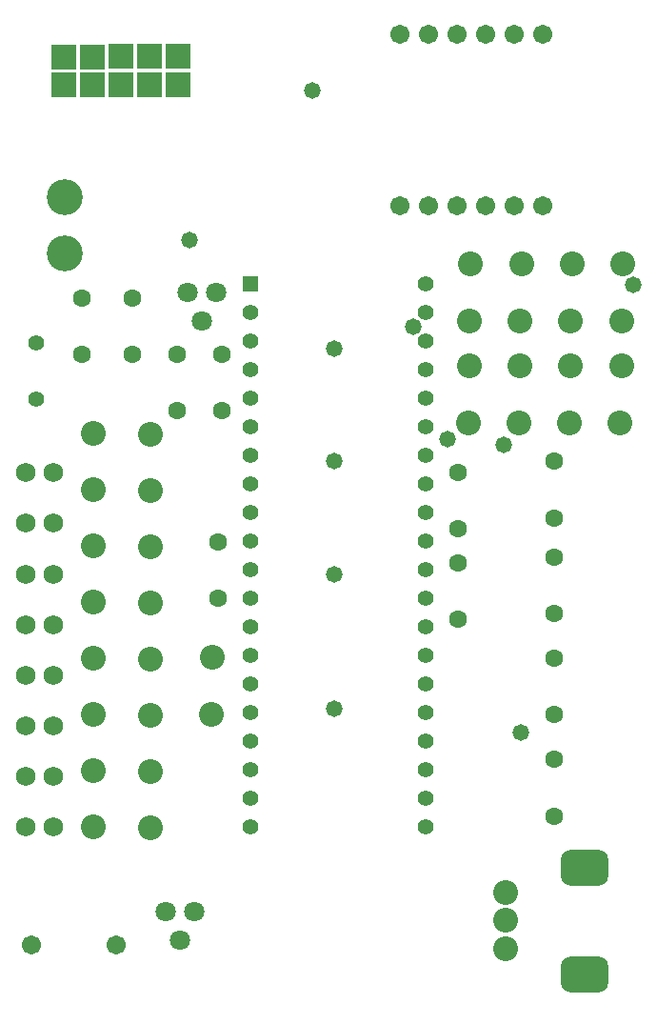
<source format=gts>
G04*
G04 #@! TF.GenerationSoftware,Altium Limited,Altium Designer,19.1.6 (110)*
G04*
G04 Layer_Color=8388736*
%FSLAX44Y44*%
%MOMM*%
G71*
G01*
G75*
%ADD17C,1.8032*%
%ADD18C,1.4032*%
%ADD19R,1.4032X1.4032*%
%ADD20C,1.6032*%
%ADD21C,2.2032*%
%ADD22C,1.7272*%
G04:AMPARAMS|DCode=23|XSize=3.2032mm|YSize=4.2032mm|CornerRadius=0.8516mm|HoleSize=0mm|Usage=FLASHONLY|Rotation=90.000|XOffset=0mm|YOffset=0mm|HoleType=Round|Shape=RoundedRectangle|*
%AMROUNDEDRECTD23*
21,1,3.2032,2.5000,0,0,90.0*
21,1,1.5000,4.2032,0,0,90.0*
1,1,1.7032,1.2500,0.7500*
1,1,1.7032,1.2500,-0.7500*
1,1,1.7032,-1.2500,-0.7500*
1,1,1.7032,-1.2500,0.7500*
%
%ADD23ROUNDEDRECTD23*%
%ADD24C,1.7032*%
%ADD25C,3.2032*%
%ADD26R,2.2032X2.2032*%
%ADD27C,1.4732*%
D17*
X432300Y994600D02*
D03*
X419600Y1020000D02*
D03*
X445000D02*
D03*
X425400Y470000D02*
D03*
X400000D02*
D03*
X412700Y444600D02*
D03*
D18*
X285000Y925200D02*
D03*
Y975000D02*
D03*
X630580Y1027800D02*
D03*
Y1002400D02*
D03*
Y977000D02*
D03*
Y951600D02*
D03*
Y926200D02*
D03*
Y900800D02*
D03*
Y875400D02*
D03*
Y850000D02*
D03*
Y824600D02*
D03*
Y799200D02*
D03*
Y773800D02*
D03*
Y748400D02*
D03*
Y723000D02*
D03*
Y697600D02*
D03*
Y672200D02*
D03*
Y646800D02*
D03*
Y621400D02*
D03*
Y596000D02*
D03*
Y570600D02*
D03*
Y545200D02*
D03*
X475000D02*
D03*
Y570600D02*
D03*
Y596000D02*
D03*
Y621400D02*
D03*
Y646800D02*
D03*
Y672200D02*
D03*
Y697600D02*
D03*
Y723000D02*
D03*
Y748400D02*
D03*
Y773800D02*
D03*
Y799200D02*
D03*
Y824600D02*
D03*
Y850000D02*
D03*
Y875400D02*
D03*
Y900800D02*
D03*
Y926200D02*
D03*
Y951600D02*
D03*
Y977000D02*
D03*
Y1002400D02*
D03*
D19*
Y1027800D02*
D03*
D20*
X745000Y695000D02*
D03*
Y645000D02*
D03*
X450000Y965000D02*
D03*
Y915001D02*
D03*
X410000Y965000D02*
D03*
Y915001D02*
D03*
X446270Y748730D02*
D03*
Y798730D02*
D03*
X745000Y555000D02*
D03*
Y605000D02*
D03*
X745000Y820000D02*
D03*
Y870000D02*
D03*
X745000Y735000D02*
D03*
Y785000D02*
D03*
X370000Y1015000D02*
D03*
Y965000D02*
D03*
X325000Y1015000D02*
D03*
Y965000D02*
D03*
X660000Y860000D02*
D03*
Y810000D02*
D03*
Y779622D02*
D03*
Y729622D02*
D03*
D21*
X804000Y904000D02*
D03*
X805000Y955000D02*
D03*
X759000Y904000D02*
D03*
X760000Y955000D02*
D03*
X714000Y904000D02*
D03*
X715000Y955000D02*
D03*
X669000Y904000D02*
D03*
X670000Y955000D02*
D03*
X335000Y545000D02*
D03*
X386000Y544000D02*
D03*
X441000Y696000D02*
D03*
X440000Y645000D02*
D03*
X806000Y1046000D02*
D03*
X805000Y995000D02*
D03*
X761000Y1046000D02*
D03*
X760000Y995000D02*
D03*
X386000Y594000D02*
D03*
X335000Y595000D02*
D03*
X386000Y644000D02*
D03*
X335000Y645000D02*
D03*
X386000Y694000D02*
D03*
X335000Y695000D02*
D03*
X386000Y744000D02*
D03*
X335000Y745000D02*
D03*
X386000Y794000D02*
D03*
X335000Y795000D02*
D03*
X386000Y844000D02*
D03*
X335000Y845000D02*
D03*
X386000Y894000D02*
D03*
X335000Y895000D02*
D03*
X716000Y1046000D02*
D03*
X715000Y995000D02*
D03*
X671000Y1046000D02*
D03*
X670000Y995000D02*
D03*
X702000Y462000D02*
D03*
Y487000D02*
D03*
Y437000D02*
D03*
D22*
X275000Y860000D02*
D03*
X300000D02*
D03*
X275000Y770000D02*
D03*
X300000D02*
D03*
X275000Y680000D02*
D03*
X300000D02*
D03*
X275000Y590000D02*
D03*
X300000D02*
D03*
X275000Y545000D02*
D03*
X300000D02*
D03*
X275000Y815000D02*
D03*
X300000D02*
D03*
X275000Y725000D02*
D03*
X300000D02*
D03*
X275000Y635000D02*
D03*
X300000D02*
D03*
D23*
X772000Y509000D02*
D03*
Y414000D02*
D03*
D24*
X280000Y440000D02*
D03*
X356000D02*
D03*
X608000Y1250000D02*
D03*
X633400D02*
D03*
X658800D02*
D03*
X684200D02*
D03*
X709600D02*
D03*
X735000D02*
D03*
Y1097600D02*
D03*
X709600D02*
D03*
X684200D02*
D03*
X658800D02*
D03*
X633400D02*
D03*
X608000D02*
D03*
D25*
X310000Y1055000D02*
D03*
Y1105000D02*
D03*
D26*
X309400Y1204600D02*
D03*
X334400D02*
D03*
X360000Y1205000D02*
D03*
X385400D02*
D03*
X410800D02*
D03*
X309400Y1229600D02*
D03*
X334400D02*
D03*
X360000Y1230000D02*
D03*
X385400D02*
D03*
X410800D02*
D03*
D27*
X421000Y1067000D02*
D03*
X650000Y890000D02*
D03*
X700000Y885000D02*
D03*
X620000Y990000D02*
D03*
X530000Y1200000D02*
D03*
X715821Y628988D02*
D03*
X550000Y650000D02*
D03*
Y770000D02*
D03*
Y870000D02*
D03*
Y970000D02*
D03*
X815340Y1026922D02*
D03*
M02*

</source>
